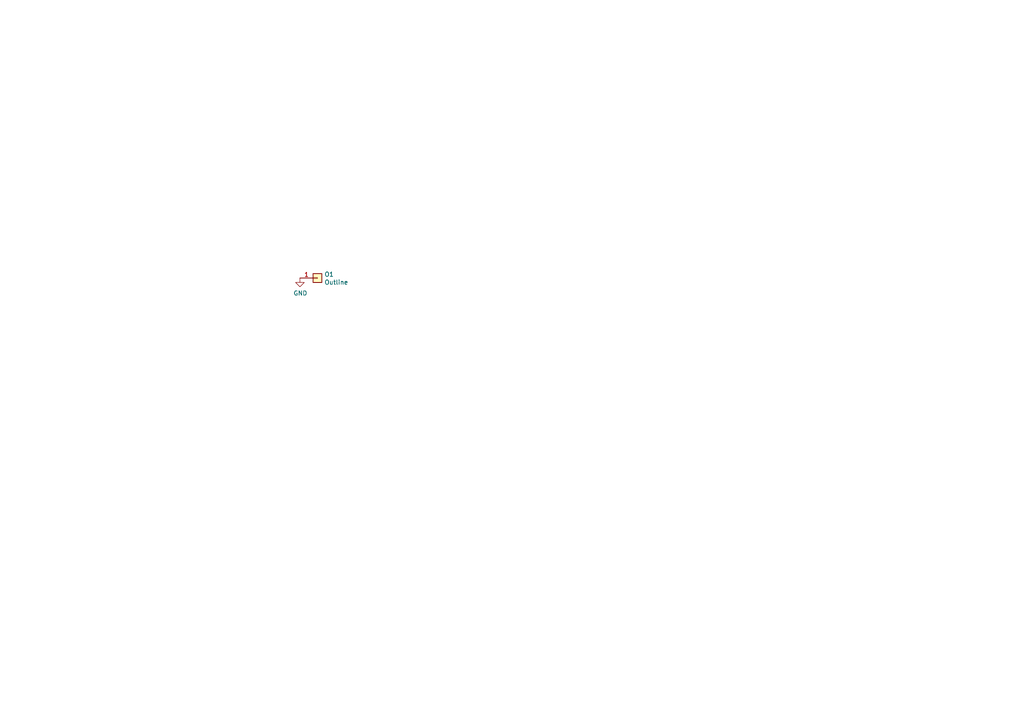
<source format=kicad_sch>
(kicad_sch (version 20230121) (generator eeschema)
  (paper "A4")
  (lib_symbols
    (symbol "Connector_Generic:Conn_01x01" (pin_names (offset 1.016) hide)
      (property "Reference" "J" (at 0 2.54 0))
      (property "Value" "Conn_01x01" (at 0 -2.54 0))
      (symbol "Conn_01x01_1_1"
        (rectangle (start -1.27 0.127) (end 0 -0.127) (stroke (width 0.1524)))
        (rectangle (start -1.27 1.27) (end 1.27 -1.27) (stroke (width 0.254)) (fill (type background)))
        (pin passive line (at -5.08 0 0) (length 3.81) (name "Pin_1") (number "1"))
      )
    )
    (symbol "power:GND" (power) (pin_names (offset 0))
      (property "Value" "GND" (at 0 -3.81 0))
      (symbol "GND_0_1"
        (polyline (pts (xy 0 0) (xy 0 -1.27) (xy 1.27 -1.27) (xy 0 -2.54) (xy -1.27 -1.27) (xy 0 -1.27)))
      )
      (symbol "GND_1_1"
        (pin power_in line (at 0 0 270) (length 0) hide (name "GND") (number "1"))
      )
    )
  )
  (symbol (lib_id "Connector_Generic:Conn_01x01") (at 92.075 80.645 0) (unit 1)
    (property "Reference" "O1" (at 94.0816 79.5782 0) (effects (justify left)))
    (property "Value" "Outline" (at 94.0816 81.8896 0) (effects (justify left)))
    (property "Footprint" "locallib:Outline" (effects hide))
  )
  (symbol (lib_id "power:GND") (at 86.995 80.645 0) (unit 1)
    (property "Reference" "#PWR?" (effects hide))
    (property "Value" "GND" (at 87.122 85.0392 0))
  )
)
</source>
